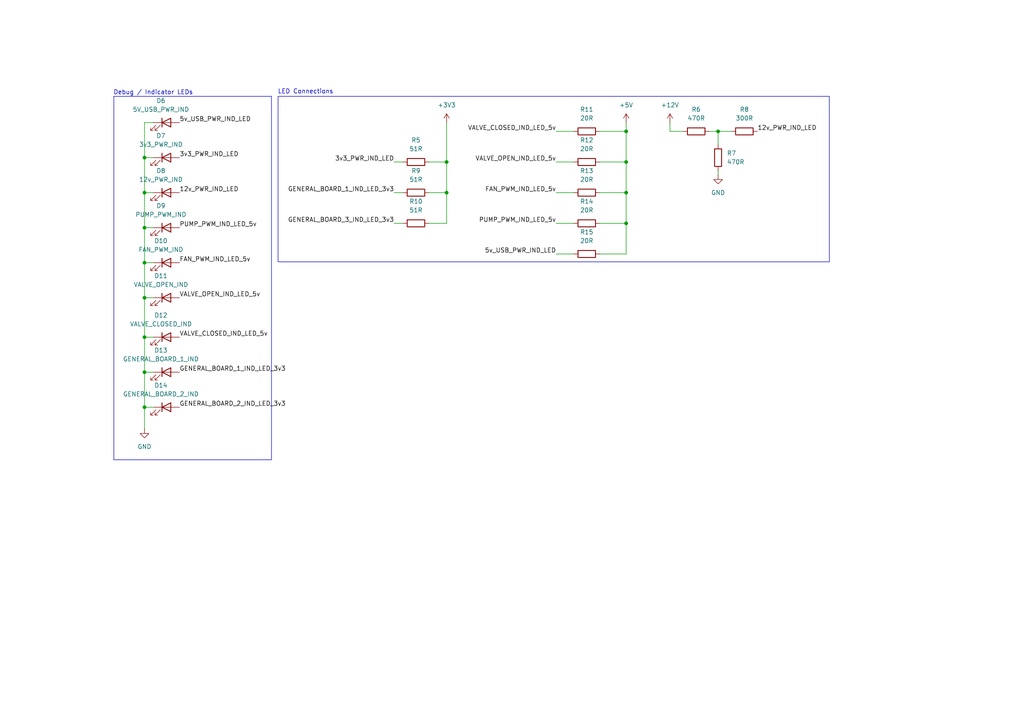
<source format=kicad_sch>
(kicad_sch (version 20231120) (generator "eeschema") (generator_version "8.0")
  (paper "A4")
  (lib_symbols
    (symbol "Device:LED" (pin_numbers hide) (pin_names (offset 1.016) hide)
      (property "Reference" "D" (at 0 2.54 0))
      (property "Value" "LED" (at 0 -2.54 0))
      (symbol "LED_0_1"
        (polyline (pts (xy -1.27 -1.27) (xy -1.27 1.27)) (stroke (width 0.254)))
        (polyline (pts (xy -1.27 0) (xy 1.27 0)))
        (polyline (pts (xy 1.27 -1.27) (xy 1.27 1.27) (xy -1.27 0) (xy 1.27 -1.27)) (stroke (width 0.254)))
        (polyline (pts (xy -3.048 -0.762) (xy -4.572 -2.286) (xy -3.81 -2.286) (xy -4.572 -2.286) (xy -4.572 -1.524)))
        (polyline (pts (xy -1.778 -0.762) (xy -3.302 -2.286) (xy -2.54 -2.286) (xy -3.302 -2.286) (xy -3.302 -1.524)))
      )
      (symbol "LED_1_1"
        (pin passive line (at -3.81 0 0) (length 2.54) (name "K") (number "1"))
        (pin passive line (at 3.81 0 180) (length 2.54) (name "A") (number "2"))
      )
    )
    (symbol "Device:R" (pin_numbers hide) (pin_names (offset 0))
      (property "Reference" "R" (at 2.032 0 90))
      (property "Value" "R" (at 0 0 90))
      (symbol "R_0_1"
        (rectangle (start -1.016 -2.54) (end 1.016 2.54) (stroke (width 0.254)))
      )
      (symbol "R_1_1"
        (pin passive line (at 0 3.81 270) (length 1.27) (name "~") (number "1"))
        (pin passive line (at 0 -3.81 90) (length 1.27) (name "~") (number "2"))
      )
    )
    (symbol "power:+12V" (power) (pin_numbers hide) (pin_names (offset 0) hide)
      (property "Value" "+12V" (at 0 3.556 0))
      (symbol "+12V_0_1"
        (polyline (pts (xy -0.762 1.27) (xy 0 2.54)))
        (polyline (pts (xy 0 0) (xy 0 2.54)))
        (polyline (pts (xy 0 2.54) (xy 0.762 1.27)))
      )
      (symbol "+12V_1_1"
        (pin power_in line (at 0 0 90) (length 0) (name "~") (number "1"))
      )
    )
    (symbol "power:+3V3" (power) (pin_numbers hide) (pin_names (offset 0) hide)
      (property "Value" "+3V3" (at 0 3.556 0))
      (symbol "+3V3_0_1"
        (polyline (pts (xy -0.762 1.27) (xy 0 2.54)))
        (polyline (pts (xy 0 0) (xy 0 2.54)))
        (polyline (pts (xy 0 2.54) (xy 0.762 1.27)))
      )
      (symbol "+3V3_1_1"
        (pin power_in line (at 0 0 90) (length 0) (name "~") (number "1"))
      )
    )
    (symbol "power:+5V" (power) (pin_numbers hide) (pin_names (offset 0) hide)
      (property "Value" "+5V" (at 0 3.556 0))
      (symbol "+5V_0_1"
        (polyline (pts (xy -0.762 1.27) (xy 0 2.54)))
        (polyline (pts (xy 0 0) (xy 0 2.54)))
        (polyline (pts (xy 0 2.54) (xy 0.762 1.27)))
      )
      (symbol "+5V_1_1"
        (pin power_in line (at 0 0 90) (length 0) (name "~") (number "1"))
      )
    )
    (symbol "power:GND" (power) (pin_numbers hide) (pin_names (offset 0) hide)
      (property "Value" "GND" (at 0 -3.81 0))
      (symbol "GND_0_1"
        (polyline (pts (xy 0 0) (xy 0 -1.27) (xy 1.27 -1.27) (xy 0 -2.54) (xy -1.27 -1.27) (xy 0 -1.27)))
      )
      (symbol "GND_1_1"
        (pin power_in line (at 0 0 270) (length 0) (name "~") (number "1"))
      )
    )
  )
  (junction (at 208.28 38.1))
  (junction (at 41.91 76.2))
  (junction (at 181.61 55.88))
  (junction (at 41.91 66.04))
  (junction (at 129.54 55.88))
  (junction (at 41.91 97.79))
  (junction (at 41.91 118.11))
  (junction (at 41.91 45.72))
  (junction (at 41.91 107.95))
  (junction (at 41.91 55.88))
  (junction (at 129.54 46.99))
  (junction (at 181.61 46.99))
  (junction (at 181.61 64.77))
  (junction (at 181.61 38.1))
  (junction (at 41.91 86.36))
  (wire (pts (xy 41.91 55.88) (xy 41.91 45.72)))
  (wire (pts (xy 161.29 64.77) (xy 166.37 64.77)))
  (wire (pts (xy 181.61 73.66) (xy 181.61 64.77)))
  (wire (pts (xy 173.99 38.1) (xy 181.61 38.1)))
  (wire (pts (xy 173.99 46.99) (xy 181.61 46.99)))
  (wire (pts (xy 194.31 38.1) (xy 198.12 38.1)))
  (wire (pts (xy 124.46 64.77) (xy 129.54 64.77)))
  (wire (pts (xy 41.91 118.11) (xy 44.45 118.11)))
  (wire (pts (xy 208.28 38.1) (xy 205.74 38.1)))
  (wire (pts (xy 173.99 73.66) (xy 181.61 73.66)))
  (wire (pts (xy 41.91 45.72) (xy 44.45 45.72)))
  (wire (pts (xy 181.61 55.88) (xy 181.61 64.77)))
  (wire (pts (xy 41.91 76.2) (xy 41.91 66.04)))
  (wire (pts (xy 194.31 35.56) (xy 194.31 38.1)))
  (wire (pts (xy 124.46 55.88) (xy 129.54 55.88)))
  (wire (pts (xy 208.28 41.91) (xy 208.28 38.1)))
  (wire (pts (xy 41.91 35.56) (xy 44.45 35.56)))
  (wire (pts (xy 173.99 55.88) (xy 181.61 55.88)))
  (wire (pts (xy 41.91 76.2) (xy 44.45 76.2)))
  (wire (pts (xy 41.91 107.95) (xy 41.91 97.79)))
  (wire (pts (xy 41.91 86.36) (xy 41.91 97.79)))
  (wire (pts (xy 41.91 86.36) (xy 41.91 76.2)))
  (wire (pts (xy 181.61 46.99) (xy 181.61 55.88)))
  (wire (pts (xy 114.3 55.88) (xy 116.84 55.88)))
  (wire (pts (xy 129.54 46.99) (xy 124.46 46.99)))
  (wire (pts (xy 173.99 64.77) (xy 181.61 64.77)))
  (wire (pts (xy 161.29 38.1) (xy 166.37 38.1)))
  (wire (pts (xy 161.29 55.88) (xy 166.37 55.88)))
  (wire (pts (xy 41.91 97.79) (xy 44.45 97.79)))
  (wire (pts (xy 114.3 46.99) (xy 116.84 46.99)))
  (wire (pts (xy 129.54 46.99) (xy 129.54 55.88)))
  (wire (pts (xy 129.54 55.88) (xy 129.54 64.77)))
  (wire (pts (xy 41.91 118.11) (xy 41.91 107.95)))
  (wire (pts (xy 41.91 55.88) (xy 41.91 66.04)))
  (wire (pts (xy 41.91 124.46) (xy 41.91 118.11)))
  (wire (pts (xy 41.91 107.95) (xy 44.45 107.95)))
  (wire (pts (xy 41.91 45.72) (xy 41.91 35.56)))
  (wire (pts (xy 41.91 55.88) (xy 44.45 55.88)))
  (wire (pts (xy 161.29 46.99) (xy 166.37 46.99)))
  (wire (pts (xy 114.3 64.77) (xy 116.84 64.77)))
  (wire (pts (xy 181.61 46.99) (xy 181.61 38.1)))
  (wire (pts (xy 41.91 86.36) (xy 44.45 86.36)))
  (wire (pts (xy 208.28 49.53) (xy 208.28 50.8)))
  (wire (pts (xy 161.29 73.66) (xy 166.37 73.66)))
  (wire (pts (xy 181.61 38.1) (xy 181.61 35.56)))
  (wire (pts (xy 129.54 35.56) (xy 129.54 46.99)))
  (wire (pts (xy 41.91 66.04) (xy 44.45 66.04)))
  (wire (pts (xy 208.28 38.1) (xy 212.09 38.1)))
  (rectangle (start 33.02 27.94) (end 78.74 133.35))
  (rectangle (start 80.645 27.94) (end 240.538 75.946))
  (text "Debug / Indicator LEDs" (at 44.45 26.924 0) (effects (font (size 1.27 1.27))))
  (text "LED Connections" (at 88.646 26.67 0) (effects (font (size 1.27 1.27))))
  (label "GENERAL_BOARD_1_IND_LED_3v3" (at 52.07 107.95 0))
  (label "12v_PWR_IND_LED" (at 219.71 38.1 0))
  (label "FAN_PWM_IND_LED_5v" (at 52.07 76.2 0))
  (label "3v3_PWR_IND_LED" (at 114.3 46.99 180))
  (label "GENERAL_BOARD_2_IND_LED_3v3" (at 52.07 118.11 0))
  (label "5v_USB_PWR_IND_LED" (at 52.07 35.56 0))
  (label "FAN_PWM_IND_LED_5v" (at 161.29 55.88 180))
  (label "GENERAL_BOARD_1_IND_LED_3v3" (at 114.3 55.88 180))
  (label "3v3_PWR_IND_LED" (at 52.07 45.72 0))
  (label "PUMP_PWM_IND_LED_5v" (at 52.07 66.04 0))
  (label "VALVE_CLOSED_IND_LED_5v" (at 52.07 97.79 0))
  (label "VALVE_OPEN_IND_LED_5v" (at 161.29 46.99 180))
  (label "5v_USB_PWR_IND_LED" (at 161.29 73.66 180))
  (label "GENERAL_BOARD_3_IND_LED_3v3" (at 114.3 64.77 180))
  (label "12v_PWR_IND_LED" (at 52.07 55.88 0))
  (label "PUMP_PWM_IND_LED_5v" (at 161.29 64.77 180))
  (label "VALVE_CLOSED_IND_LED_5v" (at 161.29 38.1 180))
  (label "VALVE_OPEN_IND_LED_5v" (at 52.07 86.36 0))
  (symbol (lib_id "Device:R") (at 170.18 55.88 90) (unit 1)
    (property "Reference" "R13" (at 170.18 49.53 90))
    (property "Value" "20R" (at 170.18 52.07 90))
    (property "Footprint" "Resistor_SMD:R_0805_2012Metric" (effects (hide yes)))
    (property "Description" "Resistor" (effects (hide yes)))
    (property "MFR.Part #" "0805W8F200JT5E" (effects (hide yes)))
    (property "Manufacturer" "UNI-ROYAL" (effects (hide yes)))
    (property "URL" "https://jlcpcb.com/partdetail/18426-0805W8F510JT5E/C17738" (effects (hide yes)))
  )
  (symbol (lib_id "Device:R") (at 170.18 38.1 90) (unit 1)
    (property "Reference" "R11" (at 170.18 31.75 90))
    (property "Value" "20R" (at 170.18 34.29 90))
    (property "Footprint" "Resistor_SMD:R_0805_2012Metric" (effects (hide yes)))
    (property "Description" "Resistor" (effects (hide yes)))
    (property "MFR.Part #" "0805W8F200JT5E" (effects (hide yes)))
    (property "Manufacturer" "UNI-ROYAL" (effects (hide yes)))
    (property "URL" "https://jlcpcb.com/partdetail/18426-0805W8F510JT5E/C17738" (effects (hide yes)))
  )
  (symbol (lib_id "Device:LED") (at 48.26 45.72 0) (unit 1)
    (property "Reference" "D7" (at 46.6725 39.37 0))
    (property "Value" "3v3_PWR_IND" (at 46.6725 41.91 0))
    (property "Footprint" "LED_SMD:LED_0603_1608Metric" (effects (hide yes)))
    (property "Description" "Light emitting diode" (effects (hide yes)))
  )
  (symbol (lib_id "power:+5V") (at 181.61 35.56 0) (unit 1)
    (property "Reference" "#PWR046" (effects (hide yes)))
    (property "Value" "+5V" (at 181.61 30.48 0))
    (property "Description" "Power symbol creates a global label with name \"+5V\"" (effects (hide yes)))
  )
  (symbol (lib_id "Device:LED") (at 48.26 35.56 0) (unit 1)
    (property "Reference" "D6" (at 46.6725 29.21 0))
    (property "Value" "5V_USB_PWR_IND" (at 46.6725 31.75 0))
    (property "Footprint" "LED_SMD:LED_0603_1608Metric" (effects (hide yes)))
    (property "Description" "Light emitting diode" (effects (hide yes)))
  )
  (symbol (lib_id "Device:LED") (at 48.26 107.95 0) (unit 1)
    (property "Reference" "D13" (at 46.6725 101.6 0))
    (property "Value" "GENERAL_BOARD_1_IND" (at 46.6725 104.14 0))
    (property "Footprint" "LED_SMD:LED_0603_1608Metric" (effects (hide yes)))
    (property "Description" "Light emitting diode" (effects (hide yes)))
  )
  (symbol (lib_id "Device:LED") (at 48.26 55.88 0) (unit 1)
    (property "Reference" "D8" (at 46.6725 49.53 0))
    (property "Value" "12v_PWR_IND" (at 46.6725 52.07 0))
    (property "Footprint" "LED_SMD:LED_0603_1608Metric" (effects (hide yes)))
    (property "Description" "Light emitting diode" (effects (hide yes)))
  )
  (symbol (lib_id "Device:LED") (at 48.26 118.11 0) (unit 1)
    (property "Reference" "D14" (at 46.6725 111.76 0))
    (property "Value" "GENERAL_BOARD_2_IND" (at 46.6725 114.3 0))
    (property "Footprint" "LED_SMD:LED_0603_1608Metric" (effects (hide yes)))
    (property "Description" "Light emitting diode" (effects (hide yes)))
  )
  (symbol (lib_id "Device:R") (at 170.18 64.77 90) (unit 1)
    (property "Reference" "R14" (at 170.18 58.42 90))
    (property "Value" "20R" (at 170.18 60.96 90))
    (property "Footprint" "Resistor_SMD:R_0805_2012Metric" (effects (hide yes)))
    (property "Description" "Resistor" (effects (hide yes)))
    (property "MFR.Part #" "0805W8F200JT5E" (effects (hide yes)))
    (property "Manufacturer" "UNI-ROYAL" (effects (hide yes)))
    (property "URL" "https://jlcpcb.com/partdetail/18426-0805W8F510JT5E/C17738" (effects (hide yes)))
  )
  (symbol (lib_id "Device:LED") (at 48.26 86.36 0) (unit 1)
    (property "Reference" "D11" (at 46.6725 80.01 0))
    (property "Value" "VALVE_OPEN_IND" (at 46.6725 82.55 0))
    (property "Footprint" "LED_SMD:LED_0603_1608Metric" (effects (hide yes)))
    (property "Description" "Light emitting diode" (effects (hide yes)))
  )
  (symbol (lib_id "Device:LED") (at 48.26 97.79 0) (unit 1)
    (property "Reference" "D12" (at 46.6725 91.44 0))
    (property "Value" "VALVE_CLOSED_IND" (at 46.6725 93.98 0))
    (property "Footprint" "LED_SMD:LED_0603_1608Metric" (effects (hide yes)))
    (property "Description" "Light emitting diode" (effects (hide yes)))
  )
  (symbol (lib_id "Device:R") (at 201.93 38.1 270) (unit 1)
    (property "Reference" "R6" (at 201.93 31.75 90))
    (property "Value" "470R" (at 201.93 34.29 90))
    (property "Footprint" "Resistor_SMD:R_0805_2012Metric" (effects (hide yes)))
    (property "Description" "Resistor" (effects (hide yes)))
    (property "MFR.Part #" "0805W8F4700T5E" (effects (hide yes)))
  )
  (symbol (lib_id "power:GND") (at 41.91 124.46 0) (unit 1)
    (property "Reference" "#PWR050" (effects (hide yes)))
    (property "Value" "GND" (at 41.91 129.54 0))
    (property "Description" "Power symbol creates a global label with name \"GND\" , ground" (effects (hide yes)))
  )
  (symbol (lib_id "Device:R") (at 215.9 38.1 90) (unit 1)
    (property "Reference" "R8" (at 215.9 31.75 90))
    (property "Value" "300R" (at 215.9 34.29 90))
    (property "Footprint" "Resistor_SMD:R_1206_3216Metric" (effects (hide yes)))
    (property "Description" "Resistor" (effects (hide yes)))
    (property "MFR.Part #" "1206W4F3000T5E" (effects (hide yes)))
  )
  (symbol (lib_id "Device:R") (at 208.28 45.72 0) (unit 1)
    (property "Reference" "R7" (at 210.82 44.4499 0) (effects (justify left)))
    (property "Value" "470R" (at 210.82 46.9899 0) (effects (justify left)))
    (property "Footprint" "Resistor_SMD:R_0805_2012Metric" (effects (hide yes)))
    (property "Description" "Resistor" (effects (hide yes)))
  )
  (symbol (lib_id "Device:R") (at 170.18 46.99 90) (unit 1)
    (property "Reference" "R12" (at 170.18 40.64 90))
    (property "Value" "20R" (at 170.18 43.18 90))
    (property "Footprint" "Resistor_SMD:R_0805_2012Metric" (effects (hide yes)))
    (property "Description" "Resistor" (effects (hide yes)))
    (property "MFR.Part #" "0805W8F200JT5E" (effects (hide yes)))
    (property "Manufacturer" "UNI-ROYAL" (effects (hide yes)))
    (property "URL" "https://jlcpcb.com/partdetail/18426-0805W8F510JT5E/C17738" (effects (hide yes)))
  )
  (symbol (lib_id "Device:R") (at 120.65 46.99 90) (unit 1)
    (property "Reference" "R5" (at 120.65 40.64 90))
    (property "Value" "51R" (at 120.65 43.18 90))
    (property "Footprint" "Resistor_SMD:R_0805_2012Metric" (effects (hide yes)))
    (property "Description" "Resistor" (effects (hide yes)))
    (property "MFR.Part #" "0805W8F510JT5E" (effects (hide yes)))
    (property "Manufacturer" "UNI-ROYAL" (effects (hide yes)))
    (property "URL" "https://jlcpcb.com/partdetail/18426-0805W8F510JT5E/C17738" (effects (hide yes)))
  )
  (symbol (lib_id "power:+3V3") (at 129.54 35.56 0) (unit 1)
    (property "Reference" "#PWR044" (effects (hide yes)))
    (property "Value" "+3V3" (at 129.54 30.48 0))
    (property "Description" "Power symbol creates a global label with name \"+3V3\"" (effects (hide yes)))
  )
  (symbol (lib_id "Device:R") (at 120.65 55.88 90) (unit 1)
    (property "Reference" "R9" (at 120.65 49.53 90))
    (property "Value" "51R" (at 120.65 52.07 90))
    (property "Footprint" "Resistor_SMD:R_0805_2012Metric" (effects (hide yes)))
    (property "Description" "Resistor" (effects (hide yes)))
    (property "MFR.Part #" "0805W8F510JT5E" (effects (hide yes)))
    (property "Manufacturer" "UNI-ROYAL" (effects (hide yes)))
    (property "URL" "https://jlcpcb.com/partdetail/18426-0805W8F510JT5E/C17738" (effects (hide yes)))
  )
  (symbol (lib_id "Device:R") (at 120.65 64.77 90) (unit 1)
    (property "Reference" "R10" (at 120.65 58.42 90))
    (property "Value" "51R" (at 120.65 60.96 90))
    (property "Footprint" "Resistor_SMD:R_0805_2012Metric" (effects (hide yes)))
    (property "Description" "Resistor" (effects (hide yes)))
    (property "MFR.Part #" "0805W8F510JT5E" (effects (hide yes)))
    (property "Manufacturer" "UNI-ROYAL" (effects (hide yes)))
    (property "URL" "https://jlcpcb.com/partdetail/18426-0805W8F510JT5E/C17738" (effects (hide yes)))
  )
  (symbol (lib_id "power:GND") (at 208.28 50.8 0) (unit 1)
    (property "Reference" "#PWR049" (effects (hide yes)))
    (property "Value" "GND" (at 208.28 55.88 0))
    (property "Description" "Power symbol creates a global label with name \"GND\" , ground" (effects (hide yes)))
  )
  (symbol (lib_id "Device:LED") (at 48.26 76.2 0) (unit 1)
    (property "Reference" "D10" (at 46.6725 69.85 0))
    (property "Value" "FAN_PWM_IND" (at 46.6725 72.39 0))
    (property "Footprint" "LED_SMD:LED_0603_1608Metric" (effects (hide yes)))
    (property "Description" "Light emitting diode" (effects (hide yes)))
  )
  (symbol (lib_id "Device:LED") (at 48.26 66.04 0) (unit 1)
    (property "Reference" "D9" (at 46.6725 59.69 0))
    (property "Value" "PUMP_PWM_IND" (at 46.6725 62.23 0))
    (property "Footprint" "LED_SMD:LED_0603_1608Metric" (effects (hide yes)))
    (property "Description" "Light emitting diode" (effects (hide yes)))
  )
  (symbol (lib_id "Device:R") (at 170.18 73.66 90) (unit 1)
    (property "Reference" "R15" (at 170.18 67.31 90))
    (property "Value" "20R" (at 170.18 69.85 90))
    (property "Footprint" "Resistor_SMD:R_0805_2012Metric" (effects (hide yes)))
    (property "Description" "Resistor" (effects (hide yes)))
    (property "MFR.Part #" "0805W8F200JT5E" (effects (hide yes)))
    (property "Manufacturer" "UNI-ROYAL" (effects (hide yes)))
    (property "URL" "https://jlcpcb.com/partdetail/18426-0805W8F510JT5E/C17738" (effects (hide yes)))
  )
  (symbol (lib_id "power:+12V") (at 194.31 35.56 0) (unit 1)
    (property "Reference" "#PWR048" (effects (hide yes)))
    (property "Value" "+12V" (at 194.31 30.48 0))
    (property "Description" "Power symbol creates a global label with name \"+12V\"" (effects (hide yes)))
  )
)
</source>
